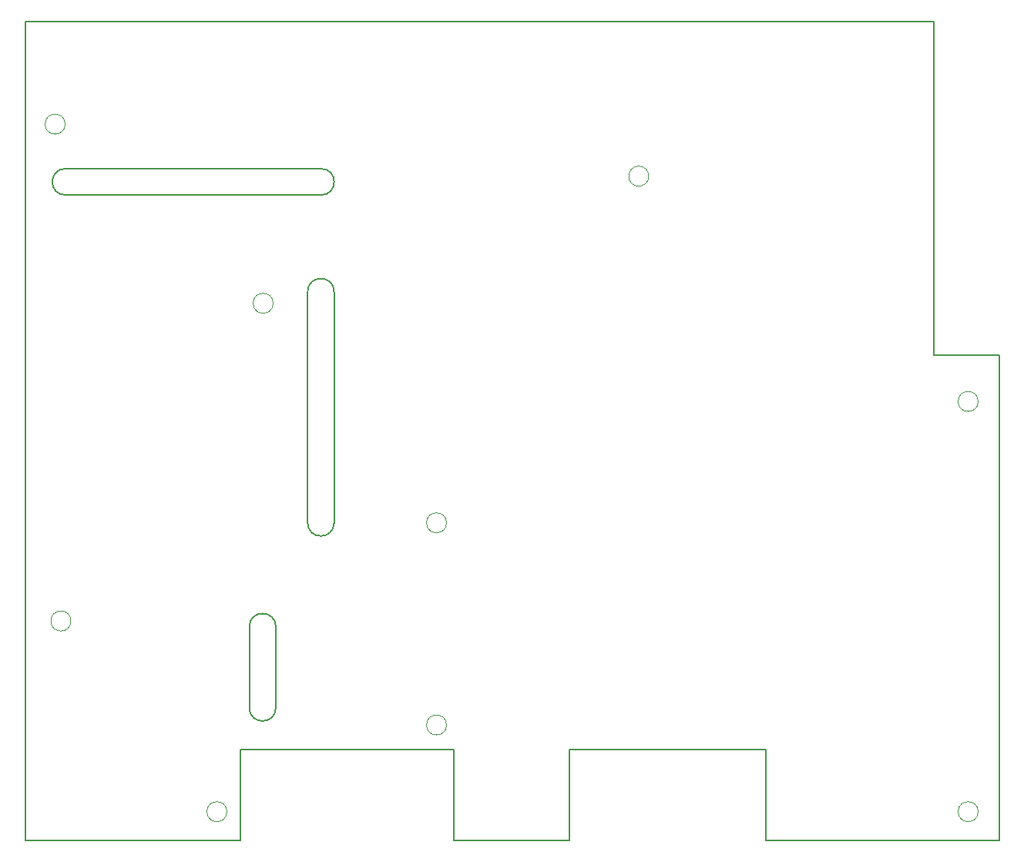
<source format=gm1>
G04 #@! TF.GenerationSoftware,KiCad,Pcbnew,7.0.9*
G04 #@! TF.CreationDate,2023-12-25T16:07:17+01:00*
G04 #@! TF.ProjectId,wall-mounted-room-temperature-sensor-ethernet,77616c6c-2d6d-46f7-956e-7465642d726f,v1.0*
G04 #@! TF.SameCoordinates,Original*
G04 #@! TF.FileFunction,Profile,NP*
%FSLAX46Y46*%
G04 Gerber Fmt 4.6, Leading zero omitted, Abs format (unit mm)*
G04 Created by KiCad (PCBNEW 7.0.9) date 2023-12-25 16:07:17*
%MOMM*%
%LPD*%
G01*
G04 APERTURE LIST*
G04 #@! TA.AperFunction,Profile*
%ADD10C,0.200000*%
G04 #@! TD*
G04 #@! TA.AperFunction,Profile*
%ADD11C,0.050000*%
G04 #@! TD*
G04 APERTURE END LIST*
D10*
X61595000Y-148720000D02*
X85090000Y-148720000D01*
X38000000Y-68720000D02*
X38000000Y-158750000D01*
X38000000Y-68720000D02*
X137795000Y-68720000D01*
X69025000Y-123825000D02*
X69025000Y-98425000D01*
X71925000Y-98425000D02*
X71925000Y-123825000D01*
X62611000Y-144145000D02*
G75*
G03*
X65532000Y-144145000I1460500J0D01*
G01*
X62611000Y-144145000D02*
X62611000Y-135255000D01*
X65532000Y-135255000D02*
X65532000Y-144145000D01*
X65532000Y-135255000D02*
G75*
G03*
X62611000Y-135255000I-1460500J0D01*
G01*
X97790000Y-158750000D02*
X85090000Y-158750000D01*
X97790000Y-158750000D02*
X97790000Y-148720000D01*
X97790000Y-148720000D02*
X119380000Y-148720000D01*
X145000000Y-158750000D02*
X145000000Y-148720000D01*
X145000000Y-158750000D02*
X119380000Y-158750000D01*
X119380000Y-158750000D02*
X119380000Y-148720000D01*
X61595000Y-158750000D02*
X61595000Y-148720000D01*
D11*
X60155000Y-155575000D02*
G75*
G03*
X60155000Y-155575000I-1100000J0D01*
G01*
X84285000Y-123825000D02*
G75*
G03*
X84285000Y-123825000I-1100000J0D01*
G01*
X43010000Y-134620000D02*
G75*
G03*
X43010000Y-134620000I-1100000J0D01*
G01*
X65235000Y-99695000D02*
G75*
G03*
X65235000Y-99695000I-1100000J0D01*
G01*
X106510000Y-85725000D02*
G75*
G03*
X106510000Y-85725000I-1100000J0D01*
G01*
X42375000Y-80010000D02*
G75*
G03*
X42375000Y-80010000I-1100000J0D01*
G01*
X142705000Y-155575000D02*
G75*
G03*
X142705000Y-155575000I-1100000J0D01*
G01*
X142705000Y-110490000D02*
G75*
G03*
X142705000Y-110490000I-1100000J0D01*
G01*
X84285000Y-146050000D02*
G75*
G03*
X84285000Y-146050000I-1100000J0D01*
G01*
D10*
X145000000Y-105410000D02*
X145000000Y-148720000D01*
X71925000Y-98425000D02*
G75*
G03*
X69025000Y-98425000I-1450000J0D01*
G01*
X42418000Y-84900000D02*
X70485000Y-84900000D01*
X137795000Y-105410000D02*
X137795000Y-68720000D01*
X38000000Y-158750000D02*
X61595000Y-158750000D01*
X70485000Y-87800000D02*
X42418000Y-87800000D01*
X42418000Y-84900000D02*
G75*
G03*
X42418000Y-87800000I0J-1450000D01*
G01*
X69025000Y-123825000D02*
G75*
G03*
X71925000Y-123825000I1450000J0D01*
G01*
X145000000Y-105410000D02*
X137795000Y-105410000D01*
X85090000Y-158750000D02*
X85090000Y-148720000D01*
X70485000Y-87800000D02*
G75*
G03*
X70485000Y-84900000I0J1450000D01*
G01*
M02*

</source>
